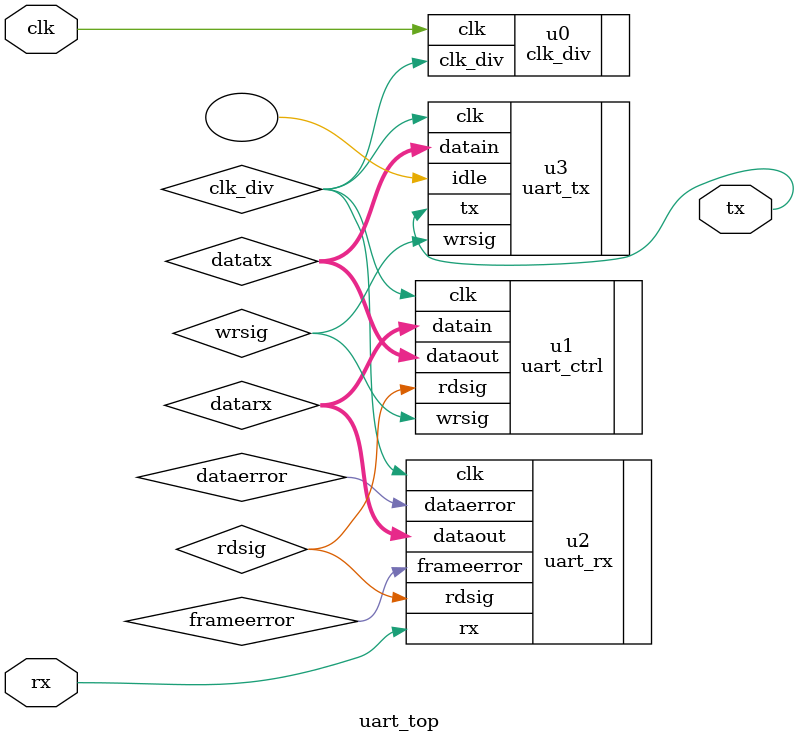
<source format=v>
`timescale 1ns / 1ps


module uart_top(
    input clk,
    input rx,
    output tx
    );

wire clk_div, rdsig, wrsig;
wire frameerror, dataerror;
wire [7:0] datarx, datatx;

clk_div u0(
    .clk(clk),
    .clk_div(clk_div)
    );
    
uart_ctrl u1(
    .clk(clk_div),
    .datain(datarx),
    .rdsig(rdsig),
    .dataout(datatx),
    .wrsig(wrsig)
);

uart_rx u2(
    .clk(clk_div),
    .rx(rx),
    .dataout(datarx),
    .rdsig(rdsig),
    .frameerror(frameerror),
    .dataerror(dataerror)
    );
    
uart_tx u3(
    .clk(clk_div),
    .datain(datatx),
    .wrsig(wrsig),
    .tx(tx),
    .idle()
);
endmodule

</source>
